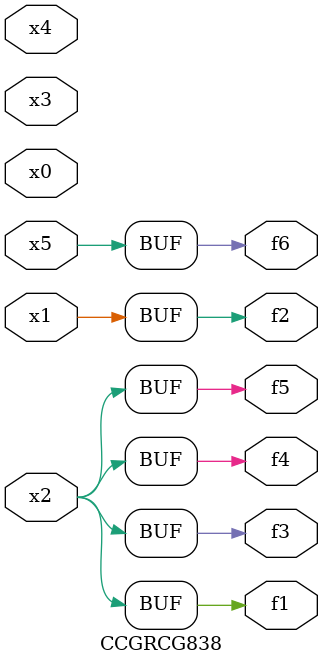
<source format=v>
module CCGRCG838(
	input x0, x1, x2, x3, x4, x5,
	output f1, f2, f3, f4, f5, f6
);
	assign f1 = x2;
	assign f2 = x1;
	assign f3 = x2;
	assign f4 = x2;
	assign f5 = x2;
	assign f6 = x5;
endmodule

</source>
